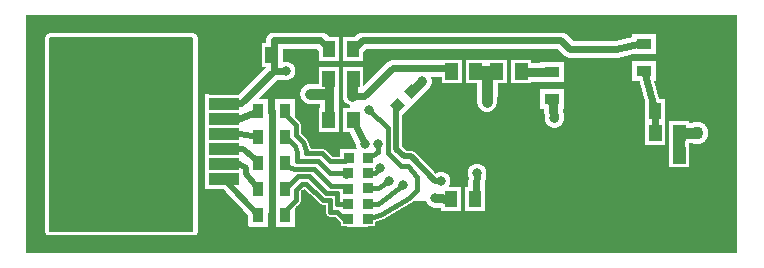
<source format=gbr>
%FSLAX34Y34*%
%MOMM*%
%LNCOPPER_BOTTOM*%
G71*
G01*
%ADD10R,1.300X1.300*%
%ADD11R,1.500X1.500*%
%ADD12R,1.700X1.700*%
%ADD13R,2.000X1.700*%
%ADD14C,1.900*%
%ADD15C,1.700*%
%ADD16C,1.600*%
%ADD17C,1.200*%
%ADD18R,1.700X2.000*%
%ADD19R,3.300X1.800*%
%ADD20C,0.900*%
%ADD21C,0.950*%
%ADD22C,1.400*%
%ADD23C,1.600*%
%ADD24C,0.800*%
%ADD25C,1.500*%
%ADD26C,1.300*%
%ADD27C,0.400*%
%ADD28C,0.500*%
%ADD29C,0.150*%
%ADD30R,0.900X0.900*%
%ADD31C,0.600*%
%ADD32R,1.200X0.900*%
%ADD33R,2.200X0.600*%
%ADD34C,1.100*%
%ADD35C,0.800*%
%ADD36R,0.900X1.200*%
%ADD37R,0.600X2.200*%
%ADD38R,2.500X1.000*%
%ADD39C,0.600*%
%ADD40R,1.100X1.400*%
%ADD41C,1.000*%
%LPD*%
G36*
X0Y0D02*
X602000Y0D01*
X602000Y-202000D01*
X0Y-202000D01*
X0Y0D01*
G37*
%LPC*%
X289180Y-173034D02*
G54D10*
D03*
X272480Y-173134D02*
G54D10*
D03*
X272680Y-121134D02*
G54D11*
D03*
X289380Y-121034D02*
G54D11*
D03*
X272480Y-147134D02*
G54D12*
D03*
X289180Y-147034D02*
G54D12*
D03*
X272480Y-160134D02*
G54D12*
D03*
X289180Y-160034D02*
G54D12*
D03*
X272480Y-134134D02*
G54D12*
D03*
X289180Y-134034D02*
G54D12*
D03*
G36*
X389706Y-38100D02*
X406706Y-38100D01*
X406706Y-58100D01*
X389706Y-58100D01*
X389706Y-38100D01*
G37*
G36*
X410306Y-38100D02*
X427306Y-38100D01*
X427306Y-58100D01*
X410306Y-58100D01*
X410306Y-38100D01*
G37*
X522985Y-24672D02*
G54D13*
D03*
X522985Y-47672D02*
G54D13*
D03*
X567563Y-99709D02*
G54D14*
D03*
G54D15*
X567285Y-99871D02*
X553898Y-99871D01*
X567285Y-99871D01*
X335015Y-56077D02*
G54D16*
D03*
X350900Y-140500D02*
G54D16*
D03*
X389800Y-74000D02*
G54D16*
D03*
X290415Y-80377D02*
G54D16*
D03*
X275934Y-69131D02*
G54D16*
D03*
X297515Y-109677D02*
G54D16*
D03*
X286615Y-109677D02*
G54D16*
D03*
X299115Y-129677D02*
G54D16*
D03*
X307215Y-140477D02*
G54D16*
D03*
X319215Y-143777D02*
G54D16*
D03*
X381115Y-133677D02*
G54D16*
D03*
G54D17*
X289180Y-160034D02*
X297958Y-160034D01*
X319215Y-143777D01*
G54D17*
X289180Y-147034D02*
X297658Y-147034D01*
X307215Y-140477D01*
G54D17*
X289180Y-134034D02*
X294758Y-134034D01*
X299115Y-129677D01*
G54D17*
X289380Y-121034D02*
X297614Y-116320D01*
X297515Y-109677D01*
X196263Y-103460D02*
G54D18*
D03*
X219263Y-103460D02*
G54D18*
D03*
X196263Y-125460D02*
G54D18*
D03*
X219263Y-125460D02*
G54D18*
D03*
X196263Y-147460D02*
G54D18*
D03*
X219263Y-147460D02*
G54D18*
D03*
X196263Y-169460D02*
G54D18*
D03*
X219263Y-169460D02*
G54D18*
D03*
X196263Y-81460D02*
G54D18*
D03*
X219263Y-81460D02*
G54D18*
D03*
X167268Y-75292D02*
G54D19*
D03*
X167268Y-87992D02*
G54D19*
D03*
X167268Y-100692D02*
G54D19*
D03*
X167268Y-113392D02*
G54D19*
D03*
X167268Y-126092D02*
G54D19*
D03*
X167268Y-138792D02*
G54D19*
D03*
G54D20*
X314311Y-76545D02*
X312700Y-81000D01*
X312700Y-114000D01*
X319700Y-120000D01*
X325700Y-120000D01*
X346305Y-140594D01*
X350900Y-140500D01*
G36*
X20000Y-183000D02*
X20000Y-20000D01*
X140000Y-20000D01*
X140000Y-183000D01*
X20000Y-183000D01*
G37*
G54D21*
X20000Y-183000D02*
X20000Y-20000D01*
X140000Y-20000D01*
X140000Y-183000D01*
X20000Y-183000D01*
X446600Y-87000D02*
G54D16*
D03*
X445067Y-48182D02*
G54D13*
D03*
X445067Y-71183D02*
G54D13*
D03*
G54D17*
X522985Y-47672D02*
X532206Y-81100D01*
X532206Y-100100D01*
G54D22*
X461000Y-29000D02*
X499000Y-29000D01*
G54D22*
X499000Y-29000D02*
X521000Y-24000D01*
G54D23*
X445067Y-71183D02*
X446600Y-87000D01*
G54D22*
X461000Y-29000D02*
X460000Y-29000D01*
X452000Y-21000D01*
X287000Y-21000D01*
X379700Y-156001D02*
G54D18*
D03*
X359100Y-156001D02*
G54D18*
D03*
X346100Y-155000D02*
G54D16*
D03*
G54D23*
X346100Y-155000D02*
X359100Y-156001D01*
G54D22*
X379700Y-156001D02*
X381115Y-133677D01*
G54D23*
X445067Y-48182D02*
X418806Y-48100D01*
G36*
X247403Y-79212D02*
X264403Y-79212D01*
X264403Y-99212D01*
X247403Y-99212D01*
X247403Y-79212D01*
G37*
G36*
X268002Y-79212D02*
X285002Y-79212D01*
X285003Y-99212D01*
X268003Y-99212D01*
X268002Y-79212D01*
G37*
G36*
X247402Y-44212D02*
X264403Y-44212D01*
X264403Y-64212D01*
X247403Y-64212D01*
X247402Y-44212D01*
G37*
G36*
X268002Y-44212D02*
X285002Y-44212D01*
X285003Y-64212D01*
X268003Y-64212D01*
X268002Y-44212D01*
G37*
G54D24*
X290415Y-80377D02*
X306000Y-96000D01*
X306000Y-117000D01*
X317000Y-128000D01*
X323332Y-128002D01*
X331000Y-137000D01*
X331000Y-148000D01*
X324000Y-155000D01*
G36*
X351403Y-38012D02*
X368403Y-38012D01*
X368403Y-58012D01*
X351403Y-58012D01*
X351403Y-38012D01*
G37*
G36*
X372002Y-38012D02*
X389002Y-38012D01*
X389003Y-58012D01*
X372003Y-58012D01*
X372002Y-38012D01*
G37*
G54D22*
X275534Y-69131D02*
X285915Y-69085D01*
X310000Y-45000D01*
X356000Y-45000D01*
G54D22*
X276502Y-89212D02*
X286615Y-109677D01*
G54D25*
X275534Y-69131D02*
X275525Y-55938D01*
G54D23*
X255903Y-89212D02*
X255903Y-54212D01*
X240334Y-67431D02*
G54D16*
D03*
G54D15*
X240334Y-67431D02*
X254951Y-67248D01*
X240334Y-67431D01*
G54D26*
X168268Y-138792D02*
X168268Y-140268D01*
X196263Y-169460D01*
G54D26*
X168468Y-126092D02*
X180200Y-126000D01*
X186200Y-130092D01*
X186200Y-135000D01*
X191000Y-141000D01*
X196263Y-147460D01*
G54D26*
X168268Y-113392D02*
X183392Y-113392D01*
X193000Y-121000D01*
X196263Y-124263D01*
X196263Y-125460D01*
G54D26*
X168268Y-100692D02*
X180494Y-100692D01*
X196263Y-103460D01*
G54D22*
X168268Y-87992D02*
X179000Y-88000D01*
X196263Y-81460D01*
X219334Y-47431D02*
G54D16*
D03*
X276502Y-29212D02*
G54D18*
D03*
X255903Y-29212D02*
G54D18*
D03*
G36*
X397000Y-68000D02*
X382743Y-68000D01*
X382743Y-40100D01*
X397000Y-40100D01*
X397000Y-68000D01*
G37*
G54D27*
X397000Y-68000D02*
X382743Y-68000D01*
X382743Y-40100D01*
X397000Y-40100D01*
X397000Y-68000D01*
G36*
X168269Y-138792D02*
X196263Y-165460D01*
X219263Y-165460D01*
X228000Y-157000D01*
X228000Y-148000D01*
X231000Y-143600D01*
X237000Y-143000D01*
X256750Y-157250D01*
X269134Y-173134D01*
X284181Y-173034D01*
X293000Y-160000D01*
X302000Y-166000D01*
X327000Y-150000D01*
X325215Y-140777D01*
X322000Y-132000D01*
X303000Y-117000D01*
X300000Y-105000D01*
X303000Y-93000D01*
X290415Y-80377D01*
X285915Y-69085D01*
X275935Y-69130D01*
X276503Y-89212D01*
X286915Y-109677D01*
X283000Y-119000D01*
X276000Y-125000D01*
X262000Y-124000D01*
X243000Y-124000D01*
X236500Y-117000D01*
X228000Y-101750D01*
X228000Y-93000D01*
X219263Y-85460D01*
X196263Y-85460D01*
X168269Y-87992D01*
X168269Y-138792D01*
G37*
G54D27*
X168269Y-138792D02*
X196263Y-165460D01*
X219263Y-165460D01*
X228000Y-157000D01*
X228000Y-148000D01*
X231000Y-143600D01*
X237000Y-143000D01*
X256750Y-157250D01*
X269134Y-173134D01*
X284181Y-173034D01*
X293000Y-160000D01*
X302000Y-166000D01*
X327000Y-150000D01*
X325215Y-140777D01*
X322000Y-132000D01*
X303000Y-117000D01*
X300000Y-105000D01*
X303000Y-93000D01*
X290415Y-80377D01*
X285915Y-69085D01*
X275935Y-69130D01*
X276503Y-89212D01*
X286915Y-109677D01*
X283000Y-119000D01*
X276000Y-125000D01*
X262000Y-124000D01*
X243000Y-124000D01*
X236500Y-117000D01*
X228000Y-101750D01*
X228000Y-93000D01*
X219263Y-85460D01*
X196263Y-85460D01*
X168269Y-87992D01*
X168269Y-138792D01*
G54D24*
X289180Y-173034D02*
X301000Y-169000D01*
X324000Y-155000D01*
G36*
X346100Y-155000D02*
X324000Y-155000D01*
X323000Y-122000D01*
X319700Y-120000D01*
X347700Y-147000D01*
X349200Y-147500D01*
X346100Y-155000D01*
G37*
G54D27*
X346100Y-155000D02*
X324000Y-155000D01*
X323000Y-122000D01*
X319700Y-120000D01*
X347700Y-147000D01*
X349200Y-147500D01*
X346100Y-155000D01*
G36*
X294000Y-122000D02*
X271067Y-122000D01*
X286915Y-109677D01*
X278000Y-95000D01*
X271067Y-92863D01*
X294000Y-92863D01*
X294000Y-122000D01*
G37*
G54D27*
X294000Y-122000D02*
X271067Y-122000D01*
X286915Y-109677D01*
X278000Y-95000D01*
X271067Y-92863D01*
X294000Y-92863D01*
X294000Y-122000D01*
G36*
X285915Y-69085D02*
X290415Y-80377D01*
X303000Y-93000D01*
X312000Y-91000D01*
X312700Y-81000D01*
X335015Y-56077D01*
X335000Y-45000D01*
X310000Y-45000D01*
X285915Y-69085D01*
G37*
G54D27*
X285915Y-69085D02*
X290415Y-80377D01*
X303000Y-93000D01*
X312000Y-91000D01*
X312700Y-81000D01*
X335015Y-56077D01*
X335000Y-45000D01*
X310000Y-45000D01*
X285915Y-69085D01*
G36*
X338069Y-64666D02*
X326048Y-76686D01*
X314028Y-64664D01*
X326050Y-52645D01*
X338069Y-64666D01*
G37*
G36*
X326331Y-76546D02*
X314310Y-88566D01*
X302290Y-76544D01*
X314312Y-64524D01*
X326331Y-76546D01*
G37*
G54D23*
X326049Y-64665D02*
X335015Y-56077D01*
G36*
X189000Y-74000D02*
X202257Y-74000D01*
X202257Y-92608D01*
X189000Y-92608D01*
X189000Y-74000D01*
G37*
G54D28*
X189000Y-74000D02*
X202257Y-74000D01*
X202257Y-92608D01*
X189000Y-92608D01*
X189000Y-74000D01*
G36*
X523706Y-90100D02*
X540706Y-90100D01*
X540706Y-110100D01*
X523706Y-110100D01*
X523706Y-90100D01*
G37*
G36*
X544306Y-90100D02*
X561306Y-90100D01*
X561306Y-110100D01*
X544306Y-110100D01*
X544306Y-90100D01*
G37*
G54D22*
X276502Y-29212D02*
X284715Y-21000D01*
X287000Y-21000D01*
G54D22*
X167268Y-75292D02*
X167560Y-75000D01*
X181700Y-75000D01*
G54D22*
X165700Y-75000D02*
X181700Y-75000D01*
X209269Y-47431D01*
X219334Y-47431D01*
G54D22*
X209269Y-47431D02*
X209269Y-21000D01*
X248390Y-21000D01*
X255903Y-29212D01*
G36*
X544306Y-109100D02*
X561306Y-109100D01*
X561306Y-129100D01*
X544306Y-129100D01*
X544306Y-109100D01*
G37*
G54D22*
X552806Y-119100D02*
X552806Y-100100D01*
X532206Y-81100D02*
G54D18*
D03*
G54D15*
X380502Y-48012D02*
X398118Y-48012D01*
X398206Y-48100D01*
G54D15*
X389800Y-74000D02*
X389800Y-49800D01*
X389000Y-49000D01*
G36*
X199113Y-24201D02*
X216113Y-24200D01*
X216113Y-44200D01*
X199113Y-44201D01*
X199113Y-24201D01*
G37*
G54D17*
X227013Y-130210D02*
X243210Y-130210D01*
X257632Y-144632D01*
X268524Y-144638D01*
X272346Y-147000D01*
X272480Y-147134D01*
G54D17*
X219263Y-103460D02*
X219460Y-103460D01*
X227000Y-111000D01*
X229250Y-116000D01*
X229250Y-123750D01*
X246750Y-123750D01*
X257325Y-134298D01*
X270000Y-134289D01*
X270831Y-136628D01*
G54D24*
X219263Y-81460D02*
X219263Y-84263D01*
X228000Y-93000D01*
X228000Y-101750D01*
X233750Y-107500D01*
X236500Y-114750D01*
X236500Y-117000D01*
X250000Y-117000D01*
X256640Y-123640D01*
X269487Y-123640D01*
G54D17*
X219263Y-147460D02*
X230250Y-136473D01*
X230250Y-136500D01*
X239500Y-136500D01*
X254000Y-151000D01*
X263000Y-151000D01*
X263000Y-160134D01*
X272480Y-160134D01*
G54D24*
X219263Y-169460D02*
X219263Y-165737D01*
X228000Y-157000D01*
X228000Y-148000D01*
X233000Y-143000D01*
X237000Y-143000D01*
X251250Y-157250D01*
X256750Y-157250D01*
X256750Y-167000D01*
X263000Y-167000D01*
X269134Y-173134D01*
X272480Y-173134D01*
G54D17*
X227013Y-130210D02*
X221091Y-128757D01*
X219263Y-125460D01*
G36*
X272000Y-166000D02*
X288114Y-166000D01*
X288114Y-178855D01*
X272000Y-178855D01*
X272000Y-166000D01*
G37*
G54D29*
X272000Y-166000D02*
X288114Y-166000D01*
X288114Y-178855D01*
X272000Y-178855D01*
X272000Y-166000D01*
%LPD*%
X289180Y-173034D02*
G54D30*
D03*
X272480Y-173134D02*
G54D30*
D03*
X272680Y-121134D02*
G54D30*
D03*
X289380Y-121034D02*
G54D30*
D03*
X272480Y-147134D02*
G54D30*
D03*
X289180Y-147034D02*
G54D30*
D03*
X272480Y-160134D02*
G54D30*
D03*
X289180Y-160034D02*
G54D30*
D03*
X272480Y-134134D02*
G54D30*
D03*
X289180Y-134034D02*
G54D30*
D03*
G36*
X392706Y-41100D02*
X403706Y-41100D01*
X403706Y-55100D01*
X392706Y-55100D01*
X392706Y-41100D01*
G37*
G36*
X413306Y-41100D02*
X424306Y-41100D01*
X424306Y-55100D01*
X413306Y-55100D01*
X413306Y-41100D01*
G37*
X465036Y-19004D02*
G54D31*
D03*
X471036Y-19004D02*
G54D31*
D03*
X477036Y-19004D02*
G54D31*
D03*
X483036Y-19004D02*
G54D31*
D03*
X489036Y-19004D02*
G54D31*
D03*
X495036Y-19004D02*
G54D31*
D03*
X501035Y-18004D02*
G54D31*
D03*
X465007Y-39127D02*
G54D31*
D03*
X501036Y-41004D02*
G54D31*
D03*
X501036Y-48004D02*
G54D31*
D03*
X474036Y-48004D02*
G54D31*
D03*
X483036Y-48004D02*
G54D31*
D03*
X492036Y-48004D02*
G54D31*
D03*
X483036Y-55004D02*
G54D31*
D03*
X522985Y-24672D02*
G54D32*
D03*
X522985Y-47672D02*
G54D32*
D03*
X522985Y-36172D02*
G54D33*
D03*
X465036Y-87004D02*
G54D31*
D03*
X471036Y-87004D02*
G54D31*
D03*
X477036Y-87004D02*
G54D31*
D03*
X483036Y-87004D02*
G54D31*
D03*
X489036Y-87004D02*
G54D31*
D03*
X495036Y-87004D02*
G54D31*
D03*
X501035Y-87004D02*
G54D31*
D03*
X465036Y-116004D02*
G54D31*
D03*
X465036Y-108004D02*
G54D31*
D03*
X465036Y-101004D02*
G54D31*
D03*
X465036Y-94004D02*
G54D31*
D03*
X501036Y-94004D02*
G54D31*
D03*
X501036Y-101004D02*
G54D31*
D03*
X501036Y-108004D02*
G54D31*
D03*
X501036Y-116004D02*
G54D31*
D03*
X474036Y-116004D02*
G54D31*
D03*
X483036Y-116004D02*
G54D31*
D03*
X492036Y-116004D02*
G54D31*
D03*
X483036Y-123004D02*
G54D31*
D03*
X477236Y-155004D02*
G54D31*
D03*
X483236Y-155004D02*
G54D31*
D03*
X489236Y-155004D02*
G54D31*
D03*
X480269Y-160224D02*
G54D31*
D03*
X486258Y-160124D02*
G54D31*
D03*
X567563Y-99709D02*
G54D34*
D03*
X569564Y-63709D02*
G54D31*
D03*
X575814Y-63709D02*
G54D31*
D03*
X582314Y-63709D02*
G54D31*
D03*
X588564Y-63709D02*
G54D31*
D03*
X568064Y-69459D02*
G54D31*
D03*
X568064Y-75459D02*
G54D31*
D03*
X568314Y-81459D02*
G54D31*
D03*
X571314Y-86959D02*
G54D31*
D03*
X594814Y-63709D02*
G54D31*
D03*
X594000Y-71000D02*
G54D31*
D03*
X594000Y-81000D02*
G54D31*
D03*
X594000Y-91000D02*
G54D31*
D03*
X594000Y-101000D02*
G54D31*
D03*
X594000Y-111000D02*
G54D31*
D03*
X594000Y-121000D02*
G54D31*
D03*
X594000Y-130000D02*
G54D31*
D03*
X569564Y-136409D02*
G54D31*
D03*
X575814Y-136409D02*
G54D31*
D03*
X582314Y-136409D02*
G54D31*
D03*
X588564Y-136409D02*
G54D31*
D03*
X594814Y-136409D02*
G54D31*
D03*
X567980Y-130387D02*
G54D31*
D03*
X568034Y-124315D02*
G54D31*
D03*
X568060Y-117828D02*
G54D31*
D03*
X571956Y-112161D02*
G54D31*
D03*
X577340Y-108220D02*
G54D31*
D03*
X580201Y-102543D02*
G54D31*
D03*
X579883Y-96140D02*
G54D31*
D03*
X576840Y-90463D02*
G54D31*
D03*
G54D20*
X567285Y-99871D02*
X553898Y-99871D01*
X567285Y-99871D01*
X569564Y-36209D02*
G54D31*
D03*
X575814Y-36209D02*
G54D31*
D03*
X582314Y-36209D02*
G54D31*
D03*
X588564Y-36209D02*
G54D31*
D03*
X594814Y-36209D02*
G54D31*
D03*
X569564Y-163909D02*
G54D31*
D03*
X575814Y-163909D02*
G54D31*
D03*
X582314Y-163909D02*
G54D31*
D03*
X588564Y-163909D02*
G54D31*
D03*
X594814Y-163909D02*
G54D31*
D03*
X538064Y-163909D02*
G54D31*
D03*
X544314Y-163909D02*
G54D31*
D03*
X550814Y-163909D02*
G54D31*
D03*
X557064Y-163909D02*
G54D31*
D03*
X563314Y-163909D02*
G54D31*
D03*
X506564Y-163909D02*
G54D31*
D03*
X512814Y-163909D02*
G54D31*
D03*
X519314Y-163909D02*
G54D31*
D03*
X525564Y-163909D02*
G54D31*
D03*
X531814Y-163909D02*
G54D31*
D03*
X538064Y-36209D02*
G54D31*
D03*
X544314Y-36209D02*
G54D31*
D03*
X550814Y-36209D02*
G54D31*
D03*
X557064Y-36209D02*
G54D31*
D03*
X563314Y-36209D02*
G54D31*
D03*
X512814Y-36209D02*
G54D31*
D03*
X519314Y-36209D02*
G54D31*
D03*
X525564Y-36209D02*
G54D31*
D03*
X531814Y-36209D02*
G54D31*
D03*
X506481Y-157765D02*
G54D31*
D03*
X501752Y-154030D02*
G54D31*
D03*
X495600Y-153708D02*
G54D31*
D03*
X505970Y-128244D02*
G54D31*
D03*
X499844Y-128244D02*
G54D31*
D03*
X493718Y-128244D02*
G54D31*
D03*
X472595Y-127244D02*
G54D31*
D03*
X463335Y-127245D02*
G54D31*
D03*
X494218Y-58244D02*
G54D31*
D03*
X474095Y-58244D02*
G54D31*
D03*
X467974Y-56603D02*
G54D31*
D03*
X462334Y-59682D02*
G54D31*
D03*
X499718Y-54744D02*
G54D31*
D03*
X506156Y-44935D02*
G54D31*
D03*
X594000Y-171000D02*
G54D31*
D03*
X594000Y-181000D02*
G54D31*
D03*
X594000Y-191000D02*
G54D31*
D03*
X594000Y-8000D02*
G54D31*
D03*
X594000Y-18000D02*
G54D31*
D03*
X594000Y-28000D02*
G54D31*
D03*
X584000Y-194000D02*
G54D31*
D03*
X574000Y-194000D02*
G54D31*
D03*
X564000Y-194000D02*
G54D31*
D03*
X554000Y-194000D02*
G54D31*
D03*
X544000Y-194000D02*
G54D31*
D03*
X534000Y-194000D02*
G54D31*
D03*
X524000Y-194000D02*
G54D31*
D03*
X514000Y-194000D02*
G54D31*
D03*
X504000Y-194000D02*
G54D31*
D03*
X494000Y-194000D02*
G54D31*
D03*
X484000Y-194000D02*
G54D31*
D03*
X474000Y-194000D02*
G54D31*
D03*
X464000Y-194000D02*
G54D31*
D03*
X454000Y-194000D02*
G54D31*
D03*
X444000Y-194000D02*
G54D31*
D03*
X434000Y-194000D02*
G54D31*
D03*
X424000Y-194000D02*
G54D31*
D03*
X414000Y-194000D02*
G54D31*
D03*
X404000Y-194000D02*
G54D31*
D03*
X394000Y-194000D02*
G54D31*
D03*
X384000Y-194000D02*
G54D31*
D03*
X374000Y-194000D02*
G54D31*
D03*
X364000Y-194000D02*
G54D31*
D03*
X354000Y-194000D02*
G54D31*
D03*
X343000Y-194000D02*
G54D31*
D03*
X584000Y-8000D02*
G54D31*
D03*
X574000Y-8000D02*
G54D31*
D03*
X564000Y-8000D02*
G54D31*
D03*
X554000Y-8000D02*
G54D31*
D03*
X544000Y-8000D02*
G54D31*
D03*
X534000Y-8000D02*
G54D31*
D03*
X524000Y-8000D02*
G54D31*
D03*
X514000Y-8000D02*
G54D31*
D03*
X504000Y-8000D02*
G54D31*
D03*
X494000Y-8000D02*
G54D31*
D03*
X484000Y-8000D02*
G54D31*
D03*
X474000Y-8000D02*
G54D31*
D03*
X464000Y-8000D02*
G54D31*
D03*
X454000Y-8000D02*
G54D31*
D03*
X444000Y-8000D02*
G54D31*
D03*
X434000Y-8000D02*
G54D31*
D03*
X424000Y-8000D02*
G54D31*
D03*
X414000Y-8000D02*
G54D31*
D03*
X404000Y-8000D02*
G54D31*
D03*
X394000Y-8000D02*
G54D31*
D03*
X384000Y-8000D02*
G54D31*
D03*
X374000Y-8000D02*
G54D31*
D03*
X364000Y-8000D02*
G54D31*
D03*
X354000Y-8000D02*
G54D31*
D03*
X343000Y-8000D02*
G54D31*
D03*
X577982Y-176223D02*
G54D31*
D03*
X563310Y-176223D02*
G54D31*
D03*
X547965Y-176728D02*
G54D31*
D03*
X531944Y-176897D02*
G54D31*
D03*
X517948Y-176728D02*
G54D31*
D03*
X503951Y-176560D02*
G54D31*
D03*
X495014Y-165936D02*
G54D31*
D03*
X490292Y-180776D02*
G54D31*
D03*
X478656Y-169477D02*
G54D31*
D03*
X473091Y-180438D02*
G54D31*
D03*
X579947Y-123684D02*
G54D31*
D03*
X580605Y-76754D02*
G54D31*
D03*
X578319Y-24283D02*
G54D31*
D03*
X562298Y-24452D02*
G54D31*
D03*
X546784Y-24621D02*
G54D31*
D03*
X446595Y-112244D02*
G54D31*
D03*
X452595Y-112244D02*
G54D31*
D03*
X459595Y-112244D02*
G54D31*
D03*
X322255Y-85525D02*
G54D31*
D03*
X328255Y-85525D02*
G54D31*
D03*
X334255Y-85525D02*
G54D31*
D03*
X340255Y-85525D02*
G54D31*
D03*
X346255Y-85525D02*
G54D31*
D03*
X322255Y-91525D02*
G54D31*
D03*
X328255Y-91525D02*
G54D31*
D03*
X334255Y-91525D02*
G54D31*
D03*
X340255Y-91525D02*
G54D31*
D03*
X346255Y-91525D02*
G54D31*
D03*
X322255Y-97525D02*
G54D31*
D03*
X328255Y-97525D02*
G54D31*
D03*
X340255Y-97525D02*
G54D31*
D03*
X346255Y-97525D02*
G54D31*
D03*
X322255Y-103525D02*
G54D31*
D03*
X328255Y-103525D02*
G54D31*
D03*
X334255Y-103525D02*
G54D31*
D03*
X340255Y-103525D02*
G54D31*
D03*
X346255Y-103525D02*
G54D31*
D03*
X322255Y-109525D02*
G54D31*
D03*
X328255Y-109525D02*
G54D31*
D03*
X334255Y-109525D02*
G54D31*
D03*
X340255Y-109525D02*
G54D31*
D03*
X346255Y-109525D02*
G54D31*
D03*
X334259Y-97525D02*
G54D31*
D03*
X374091Y-86438D02*
G54D31*
D03*
X380091Y-86438D02*
G54D31*
D03*
X386091Y-86438D02*
G54D31*
D03*
X392091Y-86438D02*
G54D31*
D03*
X398091Y-86438D02*
G54D31*
D03*
X335015Y-56077D02*
G54D35*
D03*
X350900Y-140500D02*
G54D35*
D03*
X389800Y-74000D02*
G54D35*
D03*
X290415Y-80377D02*
G54D35*
D03*
X275934Y-69131D02*
G54D35*
D03*
X297515Y-109677D02*
G54D35*
D03*
X286615Y-109677D02*
G54D35*
D03*
X299115Y-129677D02*
G54D35*
D03*
X307215Y-140477D02*
G54D35*
D03*
X319215Y-143777D02*
G54D35*
D03*
X360091Y-131438D02*
G54D31*
D03*
X367091Y-123438D02*
G54D31*
D03*
X380091Y-108538D02*
G54D31*
D03*
X386891Y-108538D02*
G54D31*
D03*
X393591Y-108638D02*
G54D31*
D03*
X400091Y-108638D02*
G54D31*
D03*
X406891Y-108838D02*
G54D31*
D03*
X404091Y-86438D02*
G54D31*
D03*
X367354Y-131503D02*
G54D31*
D03*
X394803Y-134890D02*
G54D31*
D03*
X400903Y-134890D02*
G54D31*
D03*
X407003Y-134890D02*
G54D31*
D03*
X381115Y-133677D02*
G54D35*
D03*
X410126Y-85869D02*
G54D31*
D03*
X415133Y-82435D02*
G54D31*
D03*
X416202Y-76483D02*
G54D31*
D03*
X421058Y-72846D02*
G54D31*
D03*
X424764Y-68040D02*
G54D31*
D03*
X425874Y-62068D02*
G54D31*
D03*
X431337Y-59417D02*
G54D31*
D03*
X437659Y-59681D02*
G54D31*
D03*
X443767Y-59682D02*
G54D31*
D03*
X449785Y-59682D02*
G54D31*
D03*
X455820Y-59682D02*
G54D31*
D03*
X410374Y-125847D02*
G54D31*
D03*
X414251Y-130492D02*
G54D31*
D03*
X416312Y-136151D02*
G54D31*
D03*
X417406Y-142092D02*
G54D31*
D03*
X421348Y-146718D02*
G54D31*
D03*
X425418Y-151271D02*
G54D31*
D03*
X431435Y-152660D02*
G54D31*
D03*
X437480Y-152660D02*
G54D31*
D03*
X443283Y-154272D02*
G54D31*
D03*
X449354Y-154279D02*
G54D31*
D03*
X455396Y-154279D02*
G54D31*
D03*
X461439Y-154279D02*
G54D31*
D03*
X467586Y-154349D02*
G54D31*
D03*
X262741Y-190763D02*
G54D31*
D03*
X262741Y-196763D02*
G54D31*
D03*
X237441Y-195663D02*
G54D31*
D03*
X237397Y-162647D02*
G54D31*
D03*
X262741Y-184763D02*
G54D31*
D03*
X237441Y-189662D02*
G54D31*
D03*
X237441Y-180913D02*
G54D31*
D03*
X237397Y-168735D02*
G54D31*
D03*
X256642Y-106652D02*
G54D31*
D03*
X269384Y-106593D02*
G54D31*
D03*
G54D27*
X289180Y-160034D02*
X297958Y-160034D01*
X319215Y-143777D01*
G54D27*
X289180Y-147034D02*
X297658Y-147034D01*
X307215Y-140477D01*
G54D27*
X289180Y-134034D02*
X294758Y-134034D01*
X299115Y-129677D01*
G54D27*
X289380Y-121034D02*
X297614Y-116320D01*
X297515Y-109677D01*
X196263Y-103460D02*
G54D36*
D03*
X219263Y-103460D02*
G54D36*
D03*
X207763Y-103460D02*
G54D37*
D03*
X196263Y-125460D02*
G54D36*
D03*
X219263Y-125460D02*
G54D36*
D03*
X207763Y-125460D02*
G54D37*
D03*
X196263Y-147460D02*
G54D36*
D03*
X219263Y-147460D02*
G54D36*
D03*
X207763Y-147460D02*
G54D37*
D03*
X196263Y-169460D02*
G54D36*
D03*
X219263Y-169460D02*
G54D36*
D03*
X207763Y-169460D02*
G54D37*
D03*
X196263Y-81460D02*
G54D36*
D03*
X219263Y-81460D02*
G54D36*
D03*
X207763Y-81460D02*
G54D37*
D03*
X167268Y-62592D02*
G54D38*
D03*
X167268Y-75292D02*
G54D38*
D03*
X167268Y-87992D02*
G54D38*
D03*
X167268Y-100692D02*
G54D38*
D03*
X167268Y-113392D02*
G54D38*
D03*
X167268Y-126092D02*
G54D38*
D03*
X167268Y-138792D02*
G54D38*
D03*
G54D28*
X314311Y-76545D02*
X312700Y-81000D01*
X312700Y-114000D01*
X319700Y-120000D01*
X325700Y-120000D01*
X346305Y-140594D01*
X350900Y-140500D01*
X334000Y-194000D02*
G54D31*
D03*
X324000Y-194000D02*
G54D31*
D03*
X314000Y-194000D02*
G54D31*
D03*
X303000Y-194000D02*
G54D31*
D03*
X293000Y-194000D02*
G54D31*
D03*
X283000Y-194000D02*
G54D31*
D03*
X273000Y-194000D02*
G54D31*
D03*
X333000Y-8000D02*
G54D31*
D03*
X323000Y-8000D02*
G54D31*
D03*
X313000Y-8000D02*
G54D31*
D03*
X303000Y-8000D02*
G54D31*
D03*
X293000Y-8000D02*
G54D31*
D03*
X283000Y-8000D02*
G54D31*
D03*
X273000Y-8000D02*
G54D31*
D03*
X263000Y-8000D02*
G54D31*
D03*
X253000Y-8000D02*
G54D31*
D03*
X243000Y-8000D02*
G54D31*
D03*
X233000Y-8000D02*
G54D31*
D03*
X223000Y-8000D02*
G54D31*
D03*
X213000Y-8000D02*
G54D31*
D03*
X203000Y-8000D02*
G54D31*
D03*
X193000Y-8000D02*
G54D31*
D03*
X183000Y-8000D02*
G54D31*
D03*
X173000Y-8000D02*
G54D31*
D03*
X163000Y-8000D02*
G54D31*
D03*
X153000Y-8000D02*
G54D31*
D03*
X143000Y-8000D02*
G54D31*
D03*
X133000Y-8000D02*
G54D31*
D03*
X123000Y-8000D02*
G54D31*
D03*
X113000Y-8000D02*
G54D31*
D03*
X103000Y-8000D02*
G54D31*
D03*
X92000Y-8000D02*
G54D31*
D03*
X82000Y-8000D02*
G54D31*
D03*
X72000Y-8000D02*
G54D31*
D03*
X62000Y-8000D02*
G54D31*
D03*
X51000Y-8000D02*
G54D31*
D03*
X41000Y-8000D02*
G54D31*
D03*
X31000Y-8000D02*
G54D31*
D03*
X21000Y-8000D02*
G54D31*
D03*
X10000Y-8000D02*
G54D31*
D03*
X7862Y-48234D02*
G54D31*
D03*
X7862Y-38234D02*
G54D31*
D03*
X7862Y-28234D02*
G54D31*
D03*
X7862Y-17234D02*
G54D31*
D03*
X7862Y-88234D02*
G54D31*
D03*
X7862Y-78234D02*
G54D31*
D03*
X7862Y-68234D02*
G54D31*
D03*
X7862Y-57234D02*
G54D31*
D03*
X7862Y-128234D02*
G54D31*
D03*
X7862Y-118234D02*
G54D31*
D03*
X7862Y-108234D02*
G54D31*
D03*
X7862Y-97234D02*
G54D31*
D03*
X7862Y-168234D02*
G54D31*
D03*
X7862Y-158234D02*
G54D31*
D03*
X7862Y-148234D02*
G54D31*
D03*
X7862Y-137234D02*
G54D31*
D03*
X7862Y-188234D02*
G54D31*
D03*
X7862Y-177234D02*
G54D31*
D03*
X225000Y-194000D02*
G54D31*
D03*
X216852Y-193929D02*
G54D31*
D03*
X206852Y-193929D02*
G54D31*
D03*
X196852Y-193929D02*
G54D31*
D03*
X186852Y-193929D02*
G54D31*
D03*
X176852Y-193929D02*
G54D31*
D03*
X166852Y-193929D02*
G54D31*
D03*
X156852Y-193929D02*
G54D31*
D03*
X146852Y-193929D02*
G54D31*
D03*
X136852Y-193929D02*
G54D31*
D03*
X126852Y-193929D02*
G54D31*
D03*
X116852Y-193929D02*
G54D31*
D03*
X106852Y-193929D02*
G54D31*
D03*
X96852Y-193929D02*
G54D31*
D03*
X86852Y-193929D02*
G54D31*
D03*
X76852Y-193929D02*
G54D31*
D03*
X66852Y-193929D02*
G54D31*
D03*
X56852Y-193929D02*
G54D31*
D03*
X46852Y-193929D02*
G54D31*
D03*
X36852Y-193929D02*
G54D31*
D03*
X26852Y-193929D02*
G54D31*
D03*
X15852Y-193929D02*
G54D31*
D03*
G36*
X20000Y-183000D02*
X20000Y-20000D01*
X140000Y-20000D01*
X140000Y-183000D01*
X20000Y-183000D01*
G37*
G54D29*
X20000Y-183000D02*
X20000Y-20000D01*
X140000Y-20000D01*
X140000Y-183000D01*
X20000Y-183000D01*
X86000Y-86000D02*
G54D31*
D03*
X86000Y-96000D02*
G54D31*
D03*
X86000Y-106000D02*
G54D31*
D03*
X86000Y-116000D02*
G54D31*
D03*
X86000Y-126000D02*
G54D31*
D03*
X86000Y-136000D02*
G54D31*
D03*
X86000Y-76000D02*
G54D31*
D03*
X86000Y-66000D02*
G54D31*
D03*
X96000Y-66000D02*
G54D31*
D03*
X106000Y-66000D02*
G54D31*
D03*
X116000Y-66000D02*
G54D31*
D03*
X126000Y-66000D02*
G54D31*
D03*
X136000Y-66000D02*
G54D31*
D03*
X96000Y-136000D02*
G54D31*
D03*
X106000Y-136000D02*
G54D31*
D03*
X116000Y-136000D02*
G54D31*
D03*
X126000Y-136000D02*
G54D31*
D03*
X136000Y-136000D02*
G54D31*
D03*
X80572Y-71000D02*
G54D31*
D03*
X80572Y-81000D02*
G54D31*
D03*
X80498Y-90999D02*
G54D31*
D03*
X80572Y-101000D02*
G54D31*
D03*
X80572Y-111000D02*
G54D31*
D03*
X80572Y-121000D02*
G54D31*
D03*
X80572Y-131000D02*
G54D31*
D03*
X91000Y-141000D02*
G54D31*
D03*
X101000Y-141000D02*
G54D31*
D03*
X111000Y-141000D02*
G54D31*
D03*
X121000Y-141000D02*
G54D31*
D03*
X131000Y-141000D02*
G54D31*
D03*
X91000Y-61000D02*
G54D31*
D03*
X101000Y-61000D02*
G54D31*
D03*
X111000Y-61000D02*
G54D31*
D03*
X121000Y-61000D02*
G54D31*
D03*
X131000Y-61000D02*
G54D31*
D03*
X76000Y-76000D02*
G54D31*
D03*
X76000Y-86000D02*
G54D31*
D03*
X76000Y-96000D02*
G54D31*
D03*
X76000Y-106000D02*
G54D31*
D03*
X76000Y-116000D02*
G54D31*
D03*
X76000Y-126000D02*
G54D31*
D03*
X26000Y-26000D02*
G54D31*
D03*
X46000Y-26000D02*
G54D31*
D03*
X66000Y-26000D02*
G54D31*
D03*
X86000Y-26000D02*
G54D31*
D03*
X106000Y-26000D02*
G54D31*
D03*
X126000Y-26000D02*
G54D31*
D03*
X134000Y-46000D02*
G54D31*
D03*
X26000Y-46000D02*
G54D31*
D03*
X26000Y-66000D02*
G54D31*
D03*
X26000Y-86000D02*
G54D31*
D03*
X26000Y-106000D02*
G54D31*
D03*
X26000Y-126000D02*
G54D31*
D03*
X26000Y-146000D02*
G54D31*
D03*
X26000Y-166000D02*
G54D31*
D03*
X26000Y-178000D02*
G54D31*
D03*
X47000Y-178000D02*
G54D31*
D03*
X67000Y-178000D02*
G54D31*
D03*
X87000Y-178000D02*
G54D31*
D03*
X135000Y-178000D02*
G54D31*
D03*
X446600Y-87000D02*
G54D35*
D03*
X445067Y-48182D02*
G54D32*
D03*
X445067Y-71183D02*
G54D32*
D03*
X445067Y-59682D02*
G54D33*
D03*
G54D39*
X522985Y-47672D02*
X532206Y-81100D01*
X532206Y-100100D01*
G54D39*
X461000Y-29000D02*
X499000Y-29000D01*
G54D39*
X499000Y-29000D02*
X521000Y-24000D01*
X507036Y-38004D02*
G54D31*
D03*
X465007Y-45127D02*
G54D31*
D03*
X465007Y-51127D02*
G54D31*
D03*
G54D24*
X445067Y-71183D02*
X446600Y-87000D01*
G54D39*
X461000Y-29000D02*
X460000Y-29000D01*
X452000Y-21000D01*
X287000Y-21000D01*
X458434Y-39182D02*
G54D31*
D03*
X452738Y-36476D02*
G54D31*
D03*
X446367Y-36476D02*
G54D31*
D03*
X440054Y-36476D02*
G54D31*
D03*
X433833Y-36476D02*
G54D31*
D03*
X379700Y-156001D02*
G54D40*
D03*
X359100Y-156001D02*
G54D40*
D03*
X346100Y-155000D02*
G54D35*
D03*
G54D24*
X346100Y-155000D02*
X359100Y-156001D01*
G54D39*
X379700Y-156001D02*
X381115Y-133677D01*
G54D24*
X445067Y-48182D02*
X418806Y-48100D01*
G54D25*
X8000Y-8000D02*
X594000Y-8000D01*
G36*
X8000Y-500D02*
X8000Y-15500D01*
X500Y-15500D01*
X500Y-500D01*
X8000Y-500D01*
G37*
G36*
X594000Y-15500D02*
X594000Y-500D01*
X601500Y-500D01*
X601500Y-15500D01*
X594000Y-15500D01*
G37*
G54D25*
X594000Y-60000D02*
X594000Y-8000D01*
G36*
X586500Y-60000D02*
X601500Y-60000D01*
X601500Y-67500D01*
X586500Y-67500D01*
X586500Y-60000D01*
G37*
G54D25*
X594000Y-71000D02*
X594000Y-129000D01*
G36*
X601500Y-71000D02*
X586500Y-71000D01*
X586500Y-63500D01*
X601500Y-63500D01*
X601500Y-71000D01*
G37*
G36*
X586500Y-129000D02*
X601500Y-129000D01*
X601500Y-136500D01*
X586500Y-136500D01*
X586500Y-129000D01*
G37*
G54D25*
X594000Y-193000D02*
X594000Y-129000D01*
G36*
X586500Y-193000D02*
X601500Y-193000D01*
X601500Y-200500D01*
X586500Y-200500D01*
X586500Y-193000D01*
G37*
G36*
X601500Y-129000D02*
X586500Y-129000D01*
X586500Y-121500D01*
X601500Y-121500D01*
X601500Y-129000D01*
G37*
G54D25*
X275000Y-194000D02*
X594000Y-194000D01*
G36*
X275000Y-186500D02*
X275000Y-201500D01*
X267500Y-201500D01*
X267500Y-186500D01*
X275000Y-186500D01*
G37*
G36*
X594000Y-201500D02*
X594000Y-186500D01*
X601500Y-186500D01*
X601500Y-201500D01*
X594000Y-201500D01*
G37*
G54D25*
X8000Y-8000D02*
X8000Y-194000D01*
G36*
X15500Y-8000D02*
X500Y-8000D01*
X500Y-500D01*
X15500Y-500D01*
X15500Y-8000D01*
G37*
G36*
X500Y-194000D02*
X15500Y-194000D01*
X15500Y-201500D01*
X500Y-201500D01*
X500Y-194000D01*
G37*
G54D25*
X8000Y-194000D02*
X273000Y-194000D01*
G36*
X273000Y-201500D02*
X273000Y-186500D01*
X280500Y-186500D01*
X280500Y-201500D01*
X273000Y-201500D01*
G37*
G36*
X250403Y-82212D02*
X261403Y-82212D01*
X261403Y-96212D01*
X250403Y-96212D01*
X250403Y-82212D01*
G37*
G36*
X271002Y-82212D02*
X282002Y-82212D01*
X282003Y-96212D01*
X271003Y-96212D01*
X271002Y-82212D01*
G37*
G36*
X250403Y-47212D02*
X261403Y-47212D01*
X261403Y-61212D01*
X250403Y-61212D01*
X250403Y-47212D01*
G37*
G36*
X271002Y-47212D02*
X282002Y-47212D01*
X282003Y-61212D01*
X271003Y-61212D01*
X271002Y-47212D01*
G37*
G54D27*
X290415Y-80377D02*
X306000Y-96000D01*
X306000Y-117000D01*
X317000Y-128000D01*
X323332Y-128002D01*
X331000Y-137000D01*
X331000Y-148000D01*
X324000Y-155000D01*
G36*
X354403Y-41012D02*
X365403Y-41012D01*
X365403Y-55012D01*
X354403Y-55012D01*
X354403Y-41012D01*
G37*
G36*
X375002Y-41012D02*
X386002Y-41012D01*
X386003Y-55012D01*
X375003Y-55012D01*
X375002Y-41012D01*
G37*
G54D39*
X275534Y-69131D02*
X285915Y-69085D01*
X310000Y-45000D01*
X356000Y-45000D01*
G54D39*
X276502Y-89212D02*
X286615Y-109677D01*
G54D20*
X275534Y-69131D02*
X275525Y-55938D01*
G54D24*
X255903Y-89212D02*
X255903Y-54212D01*
X240334Y-67431D02*
G54D35*
D03*
G54D20*
X240334Y-67431D02*
X254951Y-67248D01*
X240334Y-67431D01*
G54D28*
X168268Y-138792D02*
X168268Y-140268D01*
X196263Y-169460D01*
G54D28*
X168468Y-126092D02*
X180200Y-126000D01*
X186200Y-130092D01*
X186200Y-135000D01*
X191000Y-141000D01*
X196263Y-147460D01*
G54D28*
X168268Y-113392D02*
X183392Y-113392D01*
X193000Y-121000D01*
X196263Y-124263D01*
X196263Y-125460D01*
G54D28*
X168268Y-100692D02*
X180494Y-100692D01*
X196263Y-103460D01*
G54D39*
X168268Y-87992D02*
X179000Y-88000D01*
X196263Y-81460D01*
X219334Y-47431D02*
G54D35*
D03*
X276502Y-29212D02*
G54D40*
D03*
X255903Y-29212D02*
G54D40*
D03*
G54D27*
X289180Y-173034D02*
X301000Y-169000D01*
X324000Y-155000D01*
X223224Y-61620D02*
G54D31*
D03*
X229842Y-51123D02*
G54D31*
D03*
X230110Y-44885D02*
G54D31*
D03*
X232808Y-57405D02*
G54D31*
D03*
X219368Y-31189D02*
G54D31*
D03*
X222027Y-36720D02*
G54D31*
D03*
X236391Y-87783D02*
G54D31*
D03*
X237489Y-81696D02*
G54D31*
D03*
X207763Y-125460D02*
G54D31*
D03*
X207763Y-145460D02*
G54D31*
D03*
X207763Y-135460D02*
G54D31*
D03*
X207763Y-155460D02*
G54D31*
D03*
X207763Y-165460D02*
G54D31*
D03*
X207763Y-176460D02*
G54D31*
D03*
X147763Y-22460D02*
G54D31*
D03*
X153963Y-22460D02*
G54D31*
D03*
X159963Y-22460D02*
G54D31*
D03*
X165963Y-22460D02*
G54D31*
D03*
X176763Y-18460D02*
G54D31*
D03*
X183463Y-18460D02*
G54D31*
D03*
X189663Y-18460D02*
G54D31*
D03*
X161763Y-180460D02*
G54D31*
D03*
X169763Y-180460D02*
G54D31*
D03*
X177763Y-180460D02*
G54D31*
D03*
X185763Y-180460D02*
G54D31*
D03*
X193763Y-182560D02*
G54D31*
D03*
X201763Y-182560D02*
G54D31*
D03*
X218290Y-182507D02*
G54D31*
D03*
X224300Y-182492D02*
G54D31*
D03*
X233110Y-185179D02*
G54D31*
D03*
X269263Y-182960D02*
G54D31*
D03*
X282513Y-182960D02*
G54D31*
D03*
X289013Y-182960D02*
G54D31*
D03*
X298931Y-177771D02*
G54D31*
D03*
X311198Y-173662D02*
G54D31*
D03*
X317651Y-170869D02*
G54D31*
D03*
X325763Y-173460D02*
G54D31*
D03*
X330763Y-177460D02*
G54D31*
D03*
X344763Y-176460D02*
G54D31*
D03*
X346763Y-166460D02*
G54D31*
D03*
X318763Y-184460D02*
G54D31*
D03*
X344763Y-184460D02*
G54D31*
D03*
X367763Y-179460D02*
G54D31*
D03*
X377112Y-181117D02*
G54D31*
D03*
X386331Y-180662D02*
G54D31*
D03*
X353763Y-184460D02*
G54D31*
D03*
X372763Y-186460D02*
G54D31*
D03*
X363763Y-184460D02*
G54D31*
D03*
X383194Y-186561D02*
G54D31*
D03*
X394086Y-180872D02*
G54D31*
D03*
X401364Y-180045D02*
G54D31*
D03*
X408966Y-179021D02*
G54D31*
D03*
X424763Y-163460D02*
G54D31*
D03*
X444763Y-162460D02*
G54D31*
D03*
X462763Y-162460D02*
G54D31*
D03*
X422763Y-176460D02*
G54D31*
D03*
X439763Y-172460D02*
G54D31*
D03*
X454763Y-173460D02*
G54D31*
D03*
X461763Y-183460D02*
G54D31*
D03*
X447763Y-184460D02*
G54D31*
D03*
X433763Y-184460D02*
G54D31*
D03*
X418763Y-184460D02*
G54D31*
D03*
X398317Y-187167D02*
G54D31*
D03*
X367414Y-33128D02*
G54D31*
D03*
X375414Y-33128D02*
G54D31*
D03*
X384414Y-33128D02*
G54D31*
D03*
X393414Y-33128D02*
G54D31*
D03*
X402414Y-33128D02*
G54D31*
D03*
X411414Y-33128D02*
G54D31*
D03*
X419414Y-33128D02*
G54D31*
D03*
X427414Y-33128D02*
G54D31*
D03*
X436966Y-31199D02*
G54D31*
D03*
X443279Y-31199D02*
G54D31*
D03*
X399414Y-80228D02*
G54D31*
D03*
X406119Y-79291D02*
G54D31*
D03*
X407728Y-61457D02*
G54D31*
D03*
X408615Y-68237D02*
G54D31*
D03*
X413809Y-61457D02*
G54D31*
D03*
X419830Y-61457D02*
G54D31*
D03*
X230845Y-164292D02*
G54D31*
D03*
X212225Y-182545D02*
G54D31*
D03*
X304453Y-175156D02*
G54D31*
D03*
X352333Y-177943D02*
G54D31*
D03*
X405763Y-155460D02*
G54D31*
D03*
X412583Y-159003D02*
G54D31*
D03*
X415815Y-177032D02*
G54D31*
D03*
X410763Y-144460D02*
G54D31*
D03*
G36*
X332413Y-64666D02*
X326048Y-71029D01*
X319685Y-64665D01*
X326049Y-58301D01*
X332413Y-64666D01*
G37*
G36*
X320675Y-76545D02*
X314310Y-82909D01*
X307947Y-76544D01*
X314311Y-70181D01*
X320675Y-76545D01*
G37*
G54D24*
X326049Y-64665D02*
X335015Y-56077D01*
G36*
X526706Y-93100D02*
X537706Y-93100D01*
X537706Y-107100D01*
X526706Y-107100D01*
X526706Y-93100D01*
G37*
G36*
X547306Y-93100D02*
X558306Y-93100D01*
X558306Y-107100D01*
X547306Y-107100D01*
X547306Y-93100D01*
G37*
G54D39*
X207763Y-81460D02*
X207763Y-185763D01*
X208000Y-186000D01*
G54D39*
X276502Y-29212D02*
X284715Y-21000D01*
X287000Y-21000D01*
G54D39*
X167268Y-75292D02*
X167560Y-75000D01*
X181700Y-75000D01*
G54D39*
X165700Y-75000D02*
X181700Y-75000D01*
X209269Y-47431D01*
X219334Y-47431D01*
G54D39*
X209269Y-47431D02*
X209269Y-21000D01*
X248390Y-21000D01*
X255903Y-29212D01*
X195763Y-18460D02*
G54D31*
D03*
X231522Y-193144D02*
G54D31*
D03*
X244124Y-100062D02*
G54D31*
D03*
X236068Y-93976D02*
G54D31*
D03*
X243074Y-79099D02*
G54D31*
D03*
X256585Y-112875D02*
G54D31*
D03*
X226198Y-56149D02*
G54D31*
D03*
G36*
X526706Y-112100D02*
X537706Y-112100D01*
X537706Y-126100D01*
X526706Y-126100D01*
X526706Y-112100D01*
G37*
G36*
X547306Y-112100D02*
X558306Y-112100D01*
X558306Y-126100D01*
X547306Y-126100D01*
X547306Y-112100D01*
G37*
G54D41*
X552806Y-119100D02*
X552806Y-100100D01*
X552806Y-81100D02*
G54D40*
D03*
X532206Y-81100D02*
G54D40*
D03*
G54D20*
X380502Y-48012D02*
X398118Y-48012D01*
X398206Y-48100D01*
G54D20*
X389800Y-74000D02*
X389800Y-49800D01*
X389000Y-49000D01*
G36*
X181513Y-27201D02*
X192513Y-27201D01*
X192513Y-41201D01*
X181513Y-41201D01*
X181513Y-27201D01*
G37*
G36*
X202113Y-27201D02*
X213113Y-27200D01*
X213113Y-41200D01*
X202113Y-41201D01*
X202113Y-27201D01*
G37*
G54D27*
X227013Y-130210D02*
X243210Y-130210D01*
X257632Y-144632D01*
X268524Y-144638D01*
X272346Y-147000D01*
X272480Y-147134D01*
G54D27*
X219263Y-103460D02*
X219460Y-103460D01*
X227000Y-111000D01*
X229250Y-116000D01*
X229250Y-123750D01*
X246750Y-123750D01*
X257325Y-134298D01*
X270000Y-134289D01*
X270831Y-136628D01*
G54D27*
X219263Y-81460D02*
X219263Y-84263D01*
X228000Y-93000D01*
X228000Y-101750D01*
X233750Y-107500D01*
X236500Y-114750D01*
X236500Y-117000D01*
X250000Y-117000D01*
X256640Y-123640D01*
X269487Y-123640D01*
G54D27*
X219263Y-147460D02*
X230250Y-136473D01*
X230250Y-136500D01*
X239500Y-136500D01*
X254000Y-151000D01*
X263000Y-151000D01*
X263000Y-160134D01*
X272480Y-160134D01*
G54D27*
X219263Y-169460D02*
X219263Y-165737D01*
X228000Y-157000D01*
X228000Y-148000D01*
X233000Y-143000D01*
X237000Y-143000D01*
X251250Y-157250D01*
X256750Y-157250D01*
X256750Y-167000D01*
X263000Y-167000D01*
X269134Y-173134D01*
X272480Y-173134D01*
G54D27*
X227013Y-130210D02*
X221091Y-128757D01*
X219263Y-125460D01*
X243136Y-109942D02*
G54D31*
D03*
X240247Y-104642D02*
G54D31*
D03*
X236306Y-100019D02*
G54D31*
D03*
X244352Y-93979D02*
G54D31*
D03*
X244263Y-86480D02*
G54D31*
D03*
X237277Y-174889D02*
G54D31*
D03*
X237887Y-156572D02*
G54D31*
D03*
X235113Y-151110D02*
G54D31*
D03*
X231095Y-171292D02*
G54D31*
D03*
X231095Y-178292D02*
G54D31*
D03*
X276013Y-182960D02*
G54D31*
D03*
X295513Y-182960D02*
G54D31*
D03*
X262741Y-178763D02*
G54D31*
D03*
X275050Y-109428D02*
G54D31*
D03*
X263148Y-106660D02*
G54D31*
D03*
X236808Y-51405D02*
G54D31*
D03*
X236808Y-44405D02*
G54D31*
D03*
X236808Y-37405D02*
G54D31*
D03*
X227368Y-31189D02*
G54D31*
D03*
X227413Y-39499D02*
G54D31*
D03*
X235368Y-31189D02*
G54D31*
D03*
X170648Y-18658D02*
G54D31*
D03*
X360429Y-124112D02*
G54D31*
D03*
X322763Y-167460D02*
G54D31*
D03*
X360763Y-177460D02*
G54D31*
D03*
X337763Y-177460D02*
G54D31*
D03*
X350763Y-171460D02*
G54D31*
D03*
X401414Y-74228D02*
G54D31*
D03*
X401414Y-68228D02*
G54D31*
D03*
X401684Y-61457D02*
G54D31*
D03*
X419583Y-159003D02*
G54D31*
D03*
X424583Y-170003D02*
G54D31*
D03*
X103000Y-178000D02*
G54D31*
D03*
X120000Y-178000D02*
G54D31*
D03*
M02*

</source>
